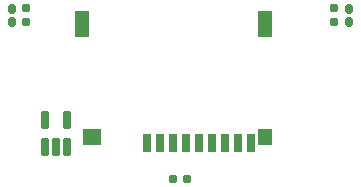
<source format=gtp>
G04 #@! TF.GenerationSoftware,KiCad,Pcbnew,8.0.3*
G04 #@! TF.CreationDate,2024-06-29T19:10:51-04:00*
G04 #@! TF.ProjectId,SDGeckoLED,53444765-636b-46f4-9c45-442e6b696361,rev?*
G04 #@! TF.SameCoordinates,Original*
G04 #@! TF.FileFunction,Paste,Top*
G04 #@! TF.FilePolarity,Positive*
%FSLAX46Y46*%
G04 Gerber Fmt 4.6, Leading zero omitted, Abs format (unit mm)*
G04 Created by KiCad (PCBNEW 8.0.3) date 2024-06-29 19:10:51*
%MOMM*%
%LPD*%
G01*
G04 APERTURE LIST*
G04 Aperture macros list*
%AMRoundRect*
0 Rectangle with rounded corners*
0 $1 Rounding radius*
0 $2 $3 $4 $5 $6 $7 $8 $9 X,Y pos of 4 corners*
0 Add a 4 corners polygon primitive as box body*
4,1,4,$2,$3,$4,$5,$6,$7,$8,$9,$2,$3,0*
0 Add four circle primitives for the rounded corners*
1,1,$1+$1,$2,$3*
1,1,$1+$1,$4,$5*
1,1,$1+$1,$6,$7*
1,1,$1+$1,$8,$9*
0 Add four rect primitives between the rounded corners*
20,1,$1+$1,$2,$3,$4,$5,0*
20,1,$1+$1,$4,$5,$6,$7,0*
20,1,$1+$1,$6,$7,$8,$9,0*
20,1,$1+$1,$8,$9,$2,$3,0*%
G04 Aperture macros list end*
%ADD10RoundRect,0.155000X0.212500X0.155000X-0.212500X0.155000X-0.212500X-0.155000X0.212500X-0.155000X0*%
%ADD11RoundRect,0.160000X-0.160000X0.222500X-0.160000X-0.222500X0.160000X-0.222500X0.160000X0.222500X0*%
%ADD12RoundRect,0.160000X0.160000X-0.197500X0.160000X0.197500X-0.160000X0.197500X-0.160000X-0.197500X0*%
%ADD13RoundRect,0.160000X-0.160000X0.197500X-0.160000X-0.197500X0.160000X-0.197500X0.160000X0.197500X0*%
%ADD14RoundRect,0.150000X0.150000X-0.650000X0.150000X0.650000X-0.150000X0.650000X-0.150000X-0.650000X0*%
%ADD15R,0.700000X1.600000*%
%ADD16R,1.200000X1.400000*%
%ADD17R,1.600000X1.400000*%
%ADD18R,1.200000X2.200000*%
G04 APERTURE END LIST*
D10*
X131504500Y-105198800D03*
X130369500Y-105198800D03*
D11*
X116738400Y-90784700D03*
X116738400Y-91929700D03*
D12*
X143992600Y-91954700D03*
X143992600Y-90759700D03*
D13*
X117881400Y-90759700D03*
X117881400Y-91954700D03*
D11*
X145262600Y-90784700D03*
X145262600Y-91929700D03*
D14*
X119457300Y-102496000D03*
X120407300Y-102496000D03*
X121357300Y-102496000D03*
X121357300Y-100196000D03*
X119457300Y-100196000D03*
D15*
X128102800Y-102176200D03*
X129202800Y-102176200D03*
X130302800Y-102176200D03*
X131402800Y-102176200D03*
X132502800Y-102176200D03*
X133602800Y-102176200D03*
X134702800Y-102176200D03*
X135802800Y-102176200D03*
X136902800Y-102176200D03*
D16*
X138102800Y-101676200D03*
D17*
X123502800Y-101676200D03*
D18*
X122602800Y-92076200D03*
X138102800Y-92076200D03*
M02*

</source>
